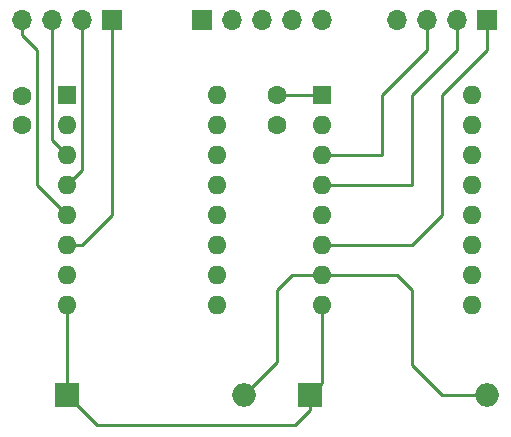
<source format=gbr>
G04 #@! TF.GenerationSoftware,KiCad,Pcbnew,5.1.5-52549c5~84~ubuntu18.04.1*
G04 #@! TF.CreationDate,2019-12-23T01:54:20+01:00*
G04 #@! TF.ProjectId,eq5drive,65713564-7269-4766-952e-6b696361645f,rev?*
G04 #@! TF.SameCoordinates,Original*
G04 #@! TF.FileFunction,Copper,L1,Top*
G04 #@! TF.FilePolarity,Positive*
%FSLAX46Y46*%
G04 Gerber Fmt 4.6, Leading zero omitted, Abs format (unit mm)*
G04 Created by KiCad (PCBNEW 5.1.5-52549c5~84~ubuntu18.04.1) date 2019-12-23 01:54:20*
%MOMM*%
%LPD*%
G04 APERTURE LIST*
%ADD10O,1.600000X1.600000*%
%ADD11R,1.600000X1.600000*%
%ADD12C,1.600000*%
%ADD13R,2.000000X2.000000*%
%ADD14O,2.000000X2.000000*%
%ADD15R,1.700000X1.700000*%
%ADD16O,1.700000X1.700000*%
%ADD17C,0.250000*%
G04 APERTURE END LIST*
D10*
X134620000Y-73660000D03*
X121920000Y-91440000D03*
X134620000Y-76200000D03*
X121920000Y-88900000D03*
X134620000Y-78740000D03*
X121920000Y-86360000D03*
X134620000Y-81280000D03*
X121920000Y-83820000D03*
X134620000Y-83820000D03*
X121920000Y-81280000D03*
X134620000Y-86360000D03*
X121920000Y-78740000D03*
X134620000Y-88900000D03*
X121920000Y-76200000D03*
X134620000Y-91440000D03*
D11*
X121920000Y-73660000D03*
X100330000Y-73660000D03*
D10*
X113030000Y-91440000D03*
X100330000Y-76200000D03*
X113030000Y-88900000D03*
X100330000Y-78740000D03*
X113030000Y-86360000D03*
X100330000Y-81280000D03*
X113030000Y-83820000D03*
X100330000Y-83820000D03*
X113030000Y-81280000D03*
X100330000Y-86360000D03*
X113030000Y-78740000D03*
X100330000Y-88900000D03*
X113030000Y-76200000D03*
X100330000Y-91440000D03*
X113030000Y-73660000D03*
D12*
X96520000Y-76200000D03*
X96520000Y-73700000D03*
X118110000Y-73660000D03*
X118110000Y-76160000D03*
D13*
X100330000Y-99060000D03*
D14*
X115330000Y-99060000D03*
X135890000Y-99060000D03*
D13*
X120890000Y-99060000D03*
D15*
X104140000Y-67310000D03*
D16*
X101600000Y-67310000D03*
X99060000Y-67310000D03*
X96520000Y-67310000D03*
D15*
X111760000Y-67310000D03*
D16*
X114300000Y-67310000D03*
X116840000Y-67310000D03*
X119380000Y-67310000D03*
X121920000Y-67310000D03*
X128270000Y-67310000D03*
X130810000Y-67310000D03*
X133350000Y-67310000D03*
D15*
X135890000Y-67310000D03*
D17*
X132080000Y-99060000D02*
X135890000Y-99060000D01*
X118110000Y-96280000D02*
X118110000Y-90170000D01*
X129540000Y-96520000D02*
X132080000Y-99060000D01*
X115330000Y-99060000D02*
X118110000Y-96280000D01*
X118110000Y-90170000D02*
X119380000Y-88900000D01*
X128270000Y-88900000D02*
X129540000Y-90170000D01*
X129540000Y-90170000D02*
X129540000Y-96520000D01*
X119380000Y-88900000D02*
X128270000Y-88900000D01*
X121920000Y-73660000D02*
X118110000Y-73660000D01*
X100330000Y-78740000D02*
X99060000Y-77470000D01*
X99060000Y-77470000D02*
X99060000Y-67310000D01*
X101600000Y-80010000D02*
X100330000Y-81280000D01*
X101600000Y-67310000D02*
X101600000Y-80010000D01*
X96520000Y-67310000D02*
X96520000Y-68580000D01*
X96520000Y-68580000D02*
X97790000Y-69850000D01*
X97790000Y-81280000D02*
X100330000Y-83820000D01*
X97790000Y-69850000D02*
X97790000Y-81280000D01*
X104140000Y-67310000D02*
X104140000Y-83820000D01*
X101600000Y-86360000D02*
X100330000Y-86360000D01*
X104140000Y-83820000D02*
X101600000Y-86360000D01*
X120890000Y-100310000D02*
X120890000Y-99060000D01*
X119600000Y-101600000D02*
X120890000Y-100310000D01*
X102870000Y-101600000D02*
X119600000Y-101600000D01*
X100330000Y-99060000D02*
X102870000Y-101600000D01*
X100330000Y-91440000D02*
X100330000Y-99060000D01*
X121920000Y-98030000D02*
X120890000Y-99060000D01*
X121920000Y-91440000D02*
X121920000Y-98030000D01*
X121920000Y-86360000D02*
X129540000Y-86360000D01*
X129540000Y-86360000D02*
X132080000Y-83820000D01*
X132080000Y-83820000D02*
X132080000Y-73660000D01*
X135890000Y-69850000D02*
X135890000Y-67310000D01*
X132080000Y-73660000D02*
X135890000Y-69850000D01*
X133350000Y-69850000D02*
X133350000Y-67310000D01*
X121920000Y-81280000D02*
X129540000Y-81280000D01*
X129540000Y-73660000D02*
X133350000Y-69850000D01*
X129540000Y-81280000D02*
X129540000Y-73660000D01*
X121920000Y-78740000D02*
X127000000Y-78740000D01*
X127000000Y-78740000D02*
X127000000Y-73660000D01*
X127000000Y-73660000D02*
X130810000Y-69850000D01*
X130810000Y-69850000D02*
X130810000Y-67310000D01*
M02*

</source>
